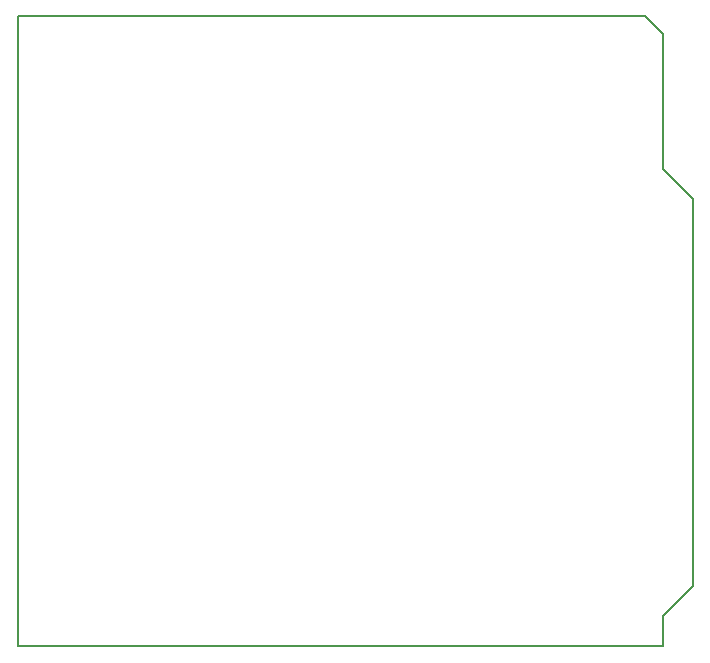
<source format=gbr>
%TF.GenerationSoftware,KiCad,Pcbnew,(5.0.2)-1*%
%TF.CreationDate,2019-01-10T22:37:42-06:00*%
%TF.ProjectId,ArduinoShield,41726475-696e-46f5-9368-69656c642e6b,rev?*%
%TF.SameCoordinates,PX69db1f0PY7882d48*%
%TF.FileFunction,Profile,NP*%
%FSLAX46Y46*%
G04 Gerber Fmt 4.6, Leading zero omitted, Abs format (unit mm)*
G04 Created by KiCad (PCBNEW (5.0.2)-1) date 1/10/2019 10:37:42 PM*
%MOMM*%
%LPD*%
G01*
G04 APERTURE LIST*
%ADD10C,0.150000*%
G04 APERTURE END LIST*
D10*
X11430000Y53340000D02*
X11430000Y0D01*
X66040000Y51816000D02*
X64516000Y53340000D01*
X66040000Y40386000D02*
X66040000Y51816000D01*
X68580000Y37846000D02*
X66040000Y40386000D01*
X68580000Y5080000D02*
X68580000Y37846000D01*
X66040000Y2540000D02*
X68580000Y5080000D01*
X66040000Y0D02*
X66040000Y2540000D01*
X11430000Y0D02*
X66040000Y0D01*
X64516000Y53340000D02*
X11430000Y53340000D01*
M02*

</source>
